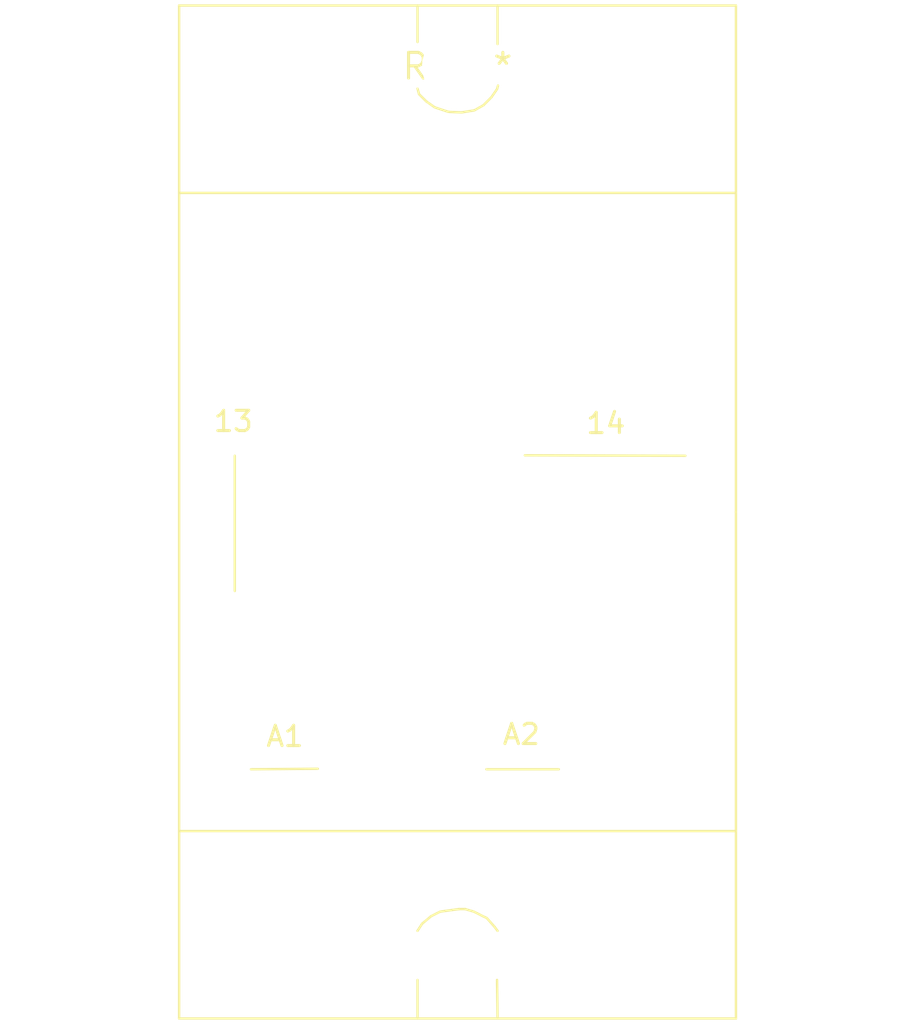
<source format=kicad_pcb>
(kicad_pcb (version 20240108) (generator pcbnew)
  (layers (0 "F.Cu" signal) (31 "B.Cu" signal) (34 "B.Paste" user) (35 "F.Paste" user) (36 "B.SilkS" user "B.Silkscreen") (37 "F.SilkS" user "F.Silkscreen") (38 "B.Mask" user) (39 "F.Mask" user) (44 "Edge.Cuts" user))
  (net 0 "")
  (footprint "Relay_SPST_PotterBrumfield_T9AP1D52_12V30A" (layer "F.Cu") (at 0 0)
    (property "Reference" "REF**")
    (property "Value" "Relay_SPST_PotterBrumfield_T9AP1D52_12V30A")
    (fp_line (start -13.74902 -3.00228) (end -13.74902 47.00016) (layer "F.SilkS") (stroke (width 0.12)))
    (fp_line (start -13.74902 6.2484) (end 13.74902 6.2484) (layer "F.SilkS") (stroke (width 0.12)))
    (fp_line (start -13.74902 47.00016) (end 13.74902 47.00016) (layer "F.SilkS") (stroke (width 0.12)))
    (fp_line (start -11.00074 19.22272) (end -11.00074 25.89784) (layer "F.SilkS") (stroke (width 0.12)))
    (fp_line (start -6.90118 34.67354) (end -10.20064 34.69894) (layer "F.SilkS") (stroke (width 0.12)))
    (fp_line (start -1.97612 -1.20142) (end -1.97612 -3.00228) (layer "F.SilkS") (stroke (width 0.12)))
    (fp_line (start -1.97612 1.09982) (end -1.89992 1.37414) (layer "F.SilkS") (stroke (width 0.12)))
    (fp_line (start -1.97612 45.0977) (end -1.97612 47.00016) (layer "F.SilkS") (stroke (width 0.12)))
    (fp_line (start -1.89992 1.37414) (end -1.5494 1.72466) (layer "F.SilkS") (stroke (width 0.12)))
    (fp_line (start -1.75006 42.32402) (end -1.97612 42.67454) (layer "F.SilkS") (stroke (width 0.12)))
    (fp_line (start -1.5494 1.72466) (end -1.12522 2.02438) (layer "F.SilkS") (stroke (width 0.12)))
    (fp_line (start -1.30048 41.9481) (end -1.75006 42.32402) (layer "F.SilkS") (stroke (width 0.12)))
    (fp_line (start -1.12522 2.02438) (end -0.44958 2.2479) (layer "F.SilkS") (stroke (width 0.12)))
    (fp_line (start -0.8509 41.72458) (end -1.30048 41.9481) (layer "F.SilkS") (stroke (width 0.12)))
    (fp_line (start -0.44958 2.2479) (end 0.20066 2.2733) (layer "F.SilkS") (stroke (width 0.12)))
    (fp_line (start 0.0762 41.60012) (end -0.8509 41.72458) (layer "F.SilkS") (stroke (width 0.12)))
    (fp_line (start 0.20066 2.2733) (end 0.8255 2.17424) (layer "F.SilkS") (stroke (width 0.12)))
    (fp_line (start 0.37592 41.60012) (end 0.0762 41.60012) (layer "F.SilkS") (stroke (width 0.12)))
    (fp_line (start 0.8001 41.72458) (end 0.37592 41.60012) (layer "F.SilkS") (stroke (width 0.12)))
    (fp_line (start 0.8255 2.17424) (end 1.27508 1.92278) (layer "F.SilkS") (stroke (width 0.12)))
    (fp_line (start 1.27508 1.92278) (end 1.67386 1.524) (layer "F.SilkS") (stroke (width 0.12)))
    (fp_line (start 1.42494 34.69894) (end 5.00126 34.69894) (layer "F.SilkS") (stroke (width 0.12)))
    (fp_line (start 1.45034 42.0497) (end 0.8001 41.72458) (layer "F.SilkS") (stroke (width 0.12)))
    (fp_line (start 1.67386 1.524) (end 1.95072 1.12268) (layer "F.SilkS") (stroke (width 0.12)))
    (fp_line (start 1.82626 42.47388) (end 1.45034 42.0497) (layer "F.SilkS") (stroke (width 0.12)))
    (fp_line (start 1.95072 1.12268) (end 1.99898 0.94996) (layer "F.SilkS") (stroke (width 0.12)))
    (fp_line (start 1.95072 45.0977) (end 1.97612 46.97476) (layer "F.SilkS") (stroke (width 0.12)))
    (fp_line (start 1.97612 -1.09982) (end 1.97612 -3.00228) (layer "F.SilkS") (stroke (width 0.12)))
    (fp_line (start 1.97612 42.67454) (end 1.82626 42.47388) (layer "F.SilkS") (stroke (width 0.12)))
    (fp_line (start 3.35026 19.19986) (end 3.32486 19.19986) (layer "F.SilkS") (stroke (width 0.12)))
    (fp_line (start 11.24966 19.22272) (end 3.35026 19.19986) (layer "F.SilkS") (stroke (width 0.12)))
    (fp_line (start 13.74902 -3.00228) (end -13.74902 -3.00228) (layer "F.SilkS") (stroke (width 0.12)))
    (fp_line (start 13.74902 21.99894) (end 13.74902 -3.00228) (layer "F.SilkS") (stroke (width 0.12)))
    (fp_line (start 13.74902 37.74948) (end -13.74902 37.74948) (layer "F.SilkS") (stroke (width 0.12)))
    (fp_line (start 13.74902 47.00016) (end 13.74902 21.99894) (layer "F.SilkS") (stroke (width 0.12)))
    (fp_text user "A1" (at -8.52424 33.07334 0) (layer "F.SilkS"))
    (fp_text user "A2" (at 3.1496 32.97428 0) (layer "F.SilkS"))
    (fp_text user "14" (at 7.32536 17.62506 0) (layer "F.SilkS"))
    (fp_text user "13" (at -11.0744 17.52346 0) (layer "F.SilkS"))
    (pad "" np_thru_hole circle (at 0 0) (size 3.50012 3.50012) (drill 3.50012) (layers *.Cu *.Mask))
    (pad "" np_thru_hole circle (at 0 43.99788) (size 3.50012 3.50012) (drill 3.50012) (layers *.Cu *.Mask))
  )
)
</source>
